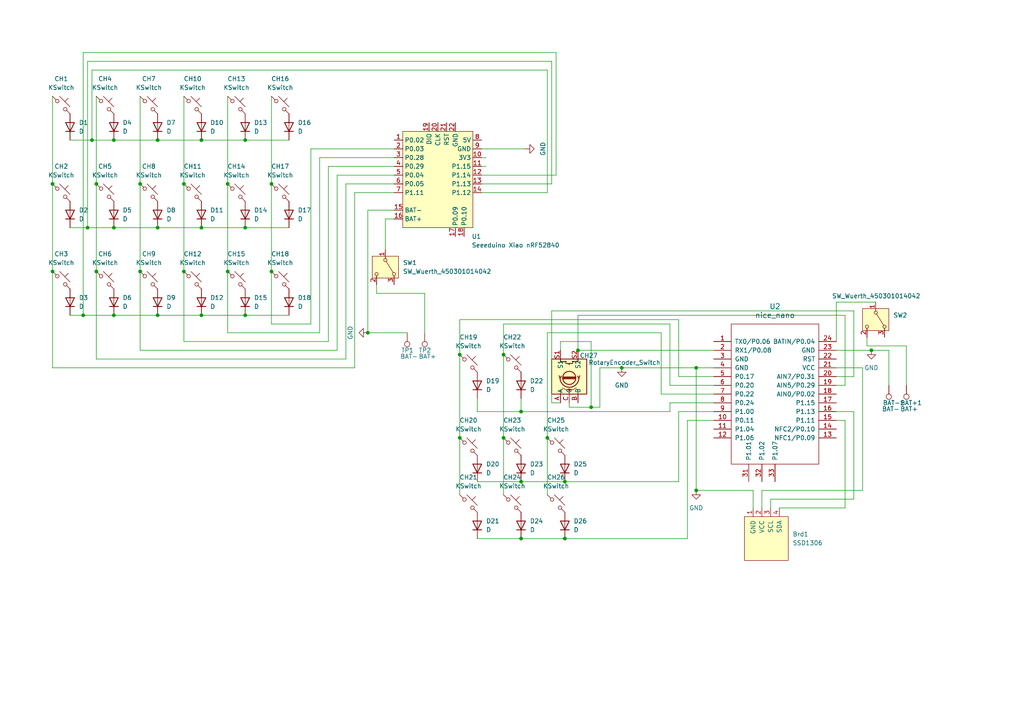
<source format=kicad_sch>
(kicad_sch (version 20231120) (generator "eeschema") (generator_version "8.0")
  (paper "A4")
  (lib_symbols
    (symbol "Connector:TestPoint" (pin_numbers hide) (pin_names (offset 0.762) hide)
      (property "Reference" "TP" (at 0 6.858 0))
      (property "Value" "TestPoint" (at 0 5.08 0))
      (symbol "TestPoint_0_1"
        (circle (center 0 3.302) (radius 0.762))
      )
      (symbol "TestPoint_1_1"
        (pin passive line (at 0 0 90) (length 2.54) (name "1") (number "1"))
      )
    )
    (symbol "Device:D" (pin_numbers hide) (pin_names (offset 1.016) hide)
      (property "Reference" "D" (at 0 2.54 0))
      (property "Value" "D" (at 0 -2.54 0))
      (symbol "D_0_1"
        (polyline (pts (xy -1.27 1.27) (xy -1.27 -1.27)) (stroke (width 0.254)))
        (polyline (pts (xy 1.27 0) (xy -1.27 0)))
        (polyline (pts (xy 1.27 1.27) (xy 1.27 -1.27) (xy -1.27 0) (xy 1.27 1.27)) (stroke (width 0.254)))
      )
      (symbol "D_1_1"
        (pin passive line (at -3.81 0 0) (length 2.54) (name "K") (number "1"))
        (pin passive line (at 3.81 0 180) (length 2.54) (name "A") (number "2"))
      )
    )
    (symbol "Device:RotaryEncoder_Switch" (pin_names (offset 0.254))
      (property "Reference" "SW" (at 0 6.604 0))
      (property "Value" "RotaryEncoder_Switch" (at 0 -6.604 0))
      (symbol "RotaryEncoder_Switch_0_1"
        (rectangle (start -5.08 5.08) (end 5.08 -5.08) (stroke (width 0.254)) (fill (type background)))
        (circle (center -3.81 0) (radius 0.254) (fill (type outline)))
        (circle (center -0.381 0) (radius 1.905) (stroke (width 0.254)))
        (arc (start -0.381 2.667) (mid -3.0988 -0.0635) (end -0.381 -2.794) (stroke (width 0.254)))
        (polyline (pts (xy -0.635 -1.778) (xy -0.635 1.778)) (stroke (width 0.254)))
        (polyline (pts (xy -0.381 -1.778) (xy -0.381 1.778)) (stroke (width 0.254)))
        (polyline (pts (xy -0.127 1.778) (xy -0.127 -1.778)) (stroke (width 0.254)))
        (polyline (pts (xy 3.81 0) (xy 3.429 0)) (stroke (width 0.254)))
        (polyline (pts (xy 3.81 1.016) (xy 3.81 -1.016)) (stroke (width 0.254)))
        (polyline (pts (xy -5.08 -2.54) (xy -3.81 -2.54) (xy -3.81 -2.032)))
        (polyline (pts (xy -5.08 2.54) (xy -3.81 2.54) (xy -3.81 2.032)))
        (polyline (pts (xy 0.254 -3.048) (xy -0.508 -2.794) (xy 0.127 -2.413)) (stroke (width 0.254)))
        (polyline (pts (xy 0.254 2.921) (xy -0.508 2.667) (xy 0.127 2.286)) (stroke (width 0.254)))
        (polyline (pts (xy 5.08 -2.54) (xy 4.318 -2.54) (xy 4.318 -1.016)) (stroke (width 0.254)))
        (polyline (pts (xy 5.08 2.54) (xy 4.318 2.54) (xy 4.318 1.016)) (stroke (width 0.254)))
        (polyline (pts (xy -5.08 0) (xy -3.81 0) (xy -3.81 -1.016) (xy -3.302 -2.032)))
        (polyline (pts (xy -4.318 0) (xy -3.81 0) (xy -3.81 1.016) (xy -3.302 2.032)))
        (circle (center 4.318 -1.016) (radius 0.127) (stroke (width 0.254)))
        (circle (center 4.318 1.016) (radius 0.127) (stroke (width 0.254)))
      )
      (symbol "RotaryEncoder_Switch_1_1"
        (pin passive line (at -7.62 2.54 0) (length 2.54) (name "A") (number "A"))
        (pin passive line (at -7.62 -2.54 0) (length 2.54) (name "B") (number "B"))
        (pin passive line (at -7.62 0 0) (length 2.54) (name "C") (number "C"))
        (pin passive line (at 7.62 2.54 180) (length 2.54) (name "S1") (number "S1"))
        (pin passive line (at 7.62 -2.54 180) (length 2.54) (name "S2") (number "S2"))
      )
    )
    (symbol "SSD1306-128x64_OLED:SSD1306" (pin_names (offset 1.016))
      (property "Reference" "Brd" (at 0 -3.81 0))
      (property "Value" "SSD1306" (at 0 -1.27 0))
      (symbol "SSD1306_0_1"
        (rectangle (start -6.35 6.35) (end 6.35 -6.35) (fill (type background)))
      )
      (symbol "SSD1306_1_1"
        (pin input line (at -3.81 8.89 270) (length 2.54) (name "GND") (number "1"))
        (pin input line (at -1.27 8.89 270) (length 2.54) (name "VCC") (number "2"))
        (pin input line (at 1.27 8.89 270) (length 2.54) (name "SCL") (number "3"))
        (pin input line (at 3.81 8.89 270) (length 2.54) (name "SDA") (number "4"))
      )
    )
    (symbol "Switch:SW_Wuerth_450301014042" (pin_names (offset 1) hide)
      (property "Reference" "SW" (at 0 5.08 0))
      (property "Value" "SW_Wuerth_450301014042" (at 0 -5.08 0))
      (symbol "SW_Wuerth_450301014042_0_1"
        (circle (center -2.032 0) (radius 0.4572))
        (polyline (pts (xy -1.651 0.254) (xy 1.651 2.286)))
        (circle (center 2.032 -2.54) (radius 0.4572))
        (circle (center 2.032 2.54) (radius 0.4572))
      )
      (symbol "SW_Wuerth_450301014042_1_1"
        (rectangle (start -3.175 3.81) (end 3.175 -3.81) (fill (type background)))
        (pin passive line (at -5.08 0 0) (length 2.54) (name "B") (number "1"))
        (pin passive line (at 5.08 -2.54 180) (length 2.54) (name "C") (number "2"))
        (pin passive line (at 5.08 2.54 180) (length 2.54) (name "A") (number "3"))
      )
    )
    (symbol "marbastlib-choc:choc_v1_SW_HS_CPG135001S30" (pin_numbers hide) (pin_names (offset 1.016) hide)
      (property "Reference" "CH" (at 3.048 1.016 0))
      (property "Value" "choc_v1_SW_HS" (at 0 -3.81 0))
      (symbol "choc_v1_SW_HS_CPG135001S30_0_1"
        (circle (center -1.1684 1.1684) (radius 0.508))
        (polyline (pts (xy -0.508 2.54) (xy 2.54 -0.508)))
        (polyline (pts (xy 1.016 1.016) (xy 2.032 2.032)))
        (polyline (pts (xy -2.54 2.54) (xy -1.524 1.524) (xy -1.524 1.524)))
        (polyline (pts (xy 1.524 -1.524) (xy 2.54 -2.54) (xy 2.54 -2.54) (xy 2.54 -2.54)))
        (circle (center 1.143 -1.1938) (radius 0.508))
        (pin passive line (at -2.54 2.54 0) (length 0) (name "1") (number "1"))
        (pin passive line (at 2.54 -2.54 180) (length 0) (name "2") (number "2"))
      )
    )
    (symbol "marbastlib-promicroish:Seeeduino_Xiao_nRF52840" (in_bom no)
      (property "Reference" "U" (at -10.16 -12.7 0))
      (property "Value" "Seeeduino Xiao nRF52840" (at -10.16 -15.24 0))
      (symbol "Seeeduino_Xiao_nRF52840_1_0"
        (pin bidirectional line (at -12.7 13.97 0) (length 2.54) (name "P0.02") (number "1"))
        (pin power_out line (at 12.7 8.89 180) (length 2.54) (name "3V3") (number "10"))
        (pin bidirectional line (at 12.7 6.35 180) (length 2.54) (name "P1.15") (number "11"))
        (pin bidirectional line (at 12.7 3.81 180) (length 2.54) (name "P1.14") (number "12"))
        (pin bidirectional line (at 12.7 1.27 180) (length 2.54) (name "P1.13") (number "13"))
        (pin bidirectional line (at 12.7 -1.27 180) (length 2.54) (name "P1.12") (number "14"))
        (pin power_in line (at -12.7 -6.35 0) (length 2.54) (name "BAT-") (number "15"))
        (pin power_in line (at -12.7 -8.89 0) (length 2.54) (name "BAT+") (number "16"))
        (pin bidirectional line (at 5.08 -13.97 90) (length 2.54) (name "P0.09") (number "17"))
        (pin bidirectional line (at 7.62 -13.97 90) (length 2.54) (name "P0.10") (number "18"))
        (pin bidirectional line (at -2.54 19.05 270) (length 2.54) (name "DIO") (number "19"))
        (pin bidirectional line (at -12.7 11.43 0) (length 2.54) (name "P0.03") (number "2"))
        (pin bidirectional line (at 0 19.05 270) (length 2.54) (name "CLK") (number "20"))
        (pin bidirectional line (at 2.54 19.05 270) (length 2.54) (name "RST") (number "21"))
        (pin power_out line (at 5.08 19.05 270) (length 2.54) (name "GND") (number "22"))
        (pin bidirectional line (at -12.7 8.89 0) (length 2.54) (name "P0.28") (number "3"))
        (pin bidirectional line (at -12.7 6.35 0) (length 2.54) (name "P0.29") (number "4"))
        (pin bidirectional line (at -12.7 3.81 0) (length 2.54) (name "P0.04") (number "5"))
        (pin bidirectional line (at -12.7 1.27 0) (length 2.54) (name "P0.05") (number "6"))
        (pin bidirectional line (at -12.7 -1.27 0) (length 2.54) (name "P1.11") (number "7"))
        (pin power_out line (at 12.7 13.97 180) (length 2.54) (name "5V") (number "8"))
        (pin power_out line (at 12.7 11.43 180) (length 2.54) (name "GND") (number "9"))
      )
      (symbol "Seeeduino_Xiao_nRF52840_1_1"
        (rectangle (start -10.16 16.51) (end 10.16 -11.43) (fill (type background)))
      )
    )
    (symbol "nice_nano:nice_nano" (pin_names (offset 1.016))
      (property "Reference" "U" (at 0 0 0))
      (property "Value" "nice_nano" (at 0 2.54 0))
      (symbol "nice_nano_0_1"
        (rectangle (start -12.7 -21.59) (end 12.7 19.05))
      )
      (symbol "nice_nano_1_1"
        (pin input line (at -17.78 13.97 0) (length 5.08) (name "TX0/P0.06") (number "1"))
        (pin input line (at -17.78 -8.89 0) (length 5.08) (name "P0.11") (number "10"))
        (pin input line (at -17.78 -11.43 0) (length 5.08) (name "P1.04") (number "11"))
        (pin input line (at -17.78 -13.97 0) (length 5.08) (name "P1.06") (number "12"))
        (pin input line (at 17.78 -13.97 180) (length 5.08) (name "NFC1/P0.09") (number "13"))
        (pin input line (at 17.78 -11.43 180) (length 5.08) (name "NFC2/P0.10") (number "14"))
        (pin input line (at 17.78 -8.89 180) (length 5.08) (name "P1.11") (number "15"))
        (pin input line (at 17.78 -6.35 180) (length 5.08) (name "P1.13") (number "16"))
        (pin input line (at 17.78 -3.81 180) (length 5.08) (name "P1.15") (number "17"))
        (pin input line (at 17.78 -1.27 180) (length 5.08) (name "AIN0/P0.02") (number "18"))
        (pin input line (at 17.78 1.27 180) (length 5.08) (name "AIN5/P0.29") (number "19"))
        (pin input line (at -17.78 11.43 0) (length 5.08) (name "RX1/P0.08") (number "2"))
        (pin input line (at 17.78 3.81 180) (length 5.08) (name "AIN7/P0.31") (number "20"))
        (pin input line (at 17.78 6.35 180) (length 5.08) (name "VCC") (number "21"))
        (pin input line (at 17.78 8.89 180) (length 5.08) (name "RST") (number "22"))
        (pin input line (at 17.78 11.43 180) (length 5.08) (name "GND") (number "23"))
        (pin input line (at 17.78 13.97 180) (length 5.08) (name "BATIN/P0.04") (number "24"))
        (pin input line (at -17.78 8.89 0) (length 5.08) (name "GND") (number "3"))
        (pin input line (at -7.62 -26.67 90) (length 5.08) (name "P1.01") (number "31"))
        (pin input line (at -3.81 -26.67 90) (length 5.08) (name "P1.02") (number "32"))
        (pin input line (at 0 -26.67 90) (length 5.08) (name "P1.07") (number "33"))
        (pin input line (at -17.78 6.35 0) (length 5.08) (name "GND") (number "4"))
        (pin input line (at -17.78 3.81 0) (length 5.08) (name "P0.17") (number "5"))
        (pin input line (at -17.78 1.27 0) (length 5.08) (name "P0.20") (number "6"))
        (pin input line (at -17.78 -1.27 0) (length 5.08) (name "P0.22") (number "7"))
        (pin input line (at -17.78 -3.81 0) (length 5.08) (name "P0.24") (number "8"))
        (pin input line (at -17.78 -6.35 0) (length 5.08) (name "P1.00") (number "9"))
      )
    )
    (symbol "power:GND" (power) (pin_numbers hide) (pin_names (offset 0) hide)
      (property "Value" "GND" (at 0 -3.81 0))
      (symbol "GND_0_1"
        (polyline (pts (xy 0 0) (xy 0 -1.27) (xy 1.27 -1.27) (xy 0 -2.54) (xy -1.27 -1.27) (xy 0 -1.27)))
      )
      (symbol "GND_1_1"
        (pin power_in line (at 0 0 270) (length 0) (name "~") (number "1"))
      )
    )
  )
  (junction (at 45.72 40.64))
  (junction (at 53.34 78.74))
  (junction (at 66.04 53.34))
  (junction (at 40.64 53.34))
  (junction (at 163.83 139.7))
  (junction (at 151.13 119.38))
  (junction (at 33.02 40.64))
  (junction (at 180.34 106.68))
  (junction (at 106.68 96.52))
  (junction (at 27.94 78.74))
  (junction (at 58.42 91.44))
  (junction (at 40.64 78.74))
  (junction (at 201.93 106.68))
  (junction (at 133.35 102.87))
  (junction (at 15.24 78.74))
  (junction (at 26.67 40.64))
  (junction (at 171.45 118.11))
  (junction (at 71.12 91.44))
  (junction (at 33.02 91.44))
  (junction (at 53.34 53.34))
  (junction (at 78.74 78.74))
  (junction (at 33.02 66.04))
  (junction (at 167.64 101.6))
  (junction (at 45.72 66.04))
  (junction (at 58.42 66.04))
  (junction (at 163.83 156.21))
  (junction (at 24.13 91.44))
  (junction (at 151.13 139.7))
  (junction (at 58.42 40.64))
  (junction (at 146.05 127))
  (junction (at 78.74 53.34))
  (junction (at 27.94 53.34))
  (junction (at 133.35 127))
  (junction (at 45.72 91.44))
  (junction (at 201.93 142.24))
  (junction (at 25.4 66.04))
  (junction (at 151.13 156.21))
  (junction (at 71.12 40.64))
  (junction (at 66.04 78.74))
  (junction (at 15.24 53.34))
  (junction (at 146.05 102.87))
  (junction (at 71.12 66.04))
  (junction (at 252.73 101.6))
  (junction (at 158.75 127))
  (wire (pts (xy 140.97 45.72) (xy 139.7 45.72)))
  (wire (pts (xy 163.83 139.7) (xy 196.85 139.7)))
  (wire (pts (xy 138.43 119.38) (xy 151.13 119.38)))
  (wire (pts (xy 78.74 78.74) (xy 78.74 93.98)))
  (wire (pts (xy 100.33 53.34) (xy 114.3 53.34)))
  (wire (pts (xy 111.76 63.5) (xy 114.3 63.5)))
  (wire (pts (xy 165.1 118.11) (xy 171.45 118.11)))
  (wire (pts (xy 194.31 93.98) (xy 194.31 111.76)))
  (wire (pts (xy 27.94 27.94) (xy 27.94 53.34)))
  (wire (pts (xy 191.77 114.3) (xy 207.01 114.3)))
  (wire (pts (xy 252.73 101.6) (xy 257.81 101.6)))
  (wire (pts (xy 163.83 156.21) (xy 199.39 156.21)))
  (wire (pts (xy 15.24 78.74) (xy 15.24 53.34)))
  (wire (pts (xy 24.13 91.44) (xy 24.13 15.24)))
  (wire (pts (xy 250.19 106.68) (xy 242.57 106.68)))
  (wire (pts (xy 167.64 101.6) (xy 207.01 101.6)))
  (wire (pts (xy 218.44 142.24) (xy 201.93 142.24)))
  (wire (pts (xy 92.71 45.72) (xy 114.3 45.72)))
  (wire (pts (xy 196.85 119.38) (xy 196.85 139.7)))
  (wire (pts (xy 199.39 121.92) (xy 199.39 156.21)))
  (wire (pts (xy 27.94 104.14) (xy 100.33 104.14)))
  (wire (pts (xy 33.02 40.64) (xy 45.72 40.64)))
  (wire (pts (xy 251.46 100.33) (xy 251.46 97.79)))
  (wire (pts (xy 151.13 119.38) (xy 194.31 119.38)))
  (wire (pts (xy 146.05 93.98) (xy 146.05 102.87)))
  (wire (pts (xy 20.32 91.44) (xy 24.13 91.44)))
  (wire (pts (xy 151.13 156.21) (xy 163.83 156.21)))
  (wire (pts (xy 245.11 121.92) (xy 242.57 121.92)))
  (wire (pts (xy 33.02 66.04) (xy 45.72 66.04)))
  (wire (pts (xy 133.35 92.71) (xy 133.35 102.87)))
  (wire (pts (xy 24.13 91.44) (xy 33.02 91.44)))
  (wire (pts (xy 27.94 78.74) (xy 27.94 104.14)))
  (wire (pts (xy 66.04 96.52) (xy 92.71 96.52)))
  (wire (pts (xy 194.31 111.76) (xy 207.01 111.76)))
  (wire (pts (xy 160.02 90.17) (xy 247.65 90.17)))
  (wire (pts (xy 53.34 78.74) (xy 53.34 99.06)))
  (wire (pts (xy 95.25 48.26) (xy 95.25 99.06)))
  (wire (pts (xy 218.44 147.32) (xy 218.44 142.24)))
  (wire (pts (xy 66.04 53.34) (xy 66.04 78.74)))
  (wire (pts (xy 254 87.63) (xy 242.57 87.63)))
  (wire (pts (xy 194.31 116.84) (xy 207.01 116.84)))
  (wire (pts (xy 245.11 147.32) (xy 245.11 121.92)))
  (wire (pts (xy 71.12 40.64) (xy 83.82 40.64)))
  (wire (pts (xy 247.65 144.78) (xy 247.65 119.38)))
  (wire (pts (xy 160.02 116.84) (xy 160.02 90.17)))
  (wire (pts (xy 173.99 106.68) (xy 173.99 118.11)))
  (wire (pts (xy 191.77 96.52) (xy 191.77 114.3)))
  (wire (pts (xy 242.57 101.6) (xy 252.73 101.6)))
  (wire (pts (xy 165.1 116.84) (xy 165.1 118.11)))
  (wire (pts (xy 138.43 139.7) (xy 151.13 139.7)))
  (wire (pts (xy 78.74 93.98) (xy 90.17 93.98)))
  (wire (pts (xy 173.99 106.68) (xy 180.34 106.68)))
  (wire (pts (xy 26.67 20.32) (xy 158.75 20.32)))
  (wire (pts (xy 245.11 111.76) (xy 242.57 111.76)))
  (wire (pts (xy 106.68 60.96) (xy 106.68 96.52)))
  (wire (pts (xy 66.04 27.94) (xy 66.04 53.34)))
  (wire (pts (xy 71.12 91.44) (xy 83.82 91.44)))
  (wire (pts (xy 242.57 109.22) (xy 247.65 109.22)))
  (wire (pts (xy 133.35 102.87) (xy 133.35 127)))
  (wire (pts (xy 257.81 101.6) (xy 257.81 111.76)))
  (wire (pts (xy 111.76 63.5) (xy 111.76 72.39)))
  (wire (pts (xy 162.56 99.06) (xy 171.45 99.06)))
  (wire (pts (xy 151.13 119.38) (xy 151.13 115.57)))
  (wire (pts (xy 53.34 27.94) (xy 53.34 53.34)))
  (wire (pts (xy 196.85 92.71) (xy 196.85 109.22)))
  (wire (pts (xy 97.79 50.8) (xy 97.79 101.6)))
  (wire (pts (xy 133.35 127) (xy 133.35 143.51)))
  (wire (pts (xy 97.79 50.8) (xy 114.3 50.8)))
  (wire (pts (xy 15.24 78.74) (xy 15.24 106.68)))
  (wire (pts (xy 58.42 66.04) (xy 71.12 66.04)))
  (wire (pts (xy 220.98 147.32) (xy 220.98 142.24)))
  (wire (pts (xy 40.64 53.34) (xy 40.64 78.74)))
  (wire (pts (xy 15.24 106.68) (xy 102.87 106.68)))
  (wire (pts (xy 196.85 119.38) (xy 207.01 119.38)))
  (wire (pts (xy 220.98 142.24) (xy 250.19 142.24)))
  (wire (pts (xy 114.3 60.96) (xy 106.68 60.96)))
  (wire (pts (xy 167.64 101.6) (xy 167.64 91.44)))
  (wire (pts (xy 106.68 96.52) (xy 118.11 96.52)))
  (wire (pts (xy 90.17 43.18) (xy 114.3 43.18)))
  (wire (pts (xy 133.35 92.71) (xy 196.85 92.71)))
  (wire (pts (xy 199.39 121.92) (xy 207.01 121.92)))
  (wire (pts (xy 201.93 142.24) (xy 201.93 106.68)))
  (wire (pts (xy 45.72 40.64) (xy 58.42 40.64)))
  (wire (pts (xy 138.43 156.21) (xy 151.13 156.21)))
  (wire (pts (xy 26.67 40.64) (xy 33.02 40.64)))
  (wire (pts (xy 66.04 78.74) (xy 66.04 96.52)))
  (wire (pts (xy 25.4 66.04) (xy 25.4 17.78)))
  (wire (pts (xy 162.56 116.84) (xy 160.02 116.84)))
  (wire (pts (xy 247.65 119.38) (xy 242.57 119.38)))
  (wire (pts (xy 100.33 53.34) (xy 100.33 104.14)))
  (wire (pts (xy 160.02 53.34) (xy 139.7 53.34)))
  (wire (pts (xy 161.29 50.8) (xy 139.7 50.8)))
  (wire (pts (xy 247.65 90.17) (xy 247.65 109.22)))
  (wire (pts (xy 180.34 106.68) (xy 201.93 106.68)))
  (wire (pts (xy 226.06 147.32) (xy 245.11 147.32)))
  (wire (pts (xy 25.4 66.04) (xy 33.02 66.04)))
  (wire (pts (xy 40.64 27.94) (xy 40.64 53.34)))
  (wire (pts (xy 245.11 91.44) (xy 245.11 111.76)))
  (wire (pts (xy 161.29 15.24) (xy 161.29 50.8)))
  (wire (pts (xy 138.43 119.38) (xy 138.43 115.57)))
  (wire (pts (xy 201.93 106.68) (xy 207.01 106.68)))
  (wire (pts (xy 92.71 45.72) (xy 92.71 96.52)))
  (wire (pts (xy 33.02 91.44) (xy 45.72 91.44)))
  (wire (pts (xy 152.4 43.18) (xy 139.7 43.18)))
  (wire (pts (xy 171.45 118.11) (xy 173.99 118.11)))
  (wire (pts (xy 196.85 109.22) (xy 207.01 109.22)))
  (wire (pts (xy 40.64 101.6) (xy 97.79 101.6)))
  (wire (pts (xy 158.75 20.32) (xy 158.75 55.88)))
  (wire (pts (xy 53.34 99.06) (xy 95.25 99.06)))
  (wire (pts (xy 262.89 100.33) (xy 251.46 100.33)))
  (wire (pts (xy 95.25 48.26) (xy 114.3 48.26)))
  (wire (pts (xy 24.13 15.24) (xy 161.29 15.24)))
  (wire (pts (xy 167.64 91.44) (xy 245.11 91.44)))
  (wire (pts (xy 40.64 78.74) (xy 40.64 101.6)))
  (wire (pts (xy 53.34 53.34) (xy 53.34 78.74)))
  (wire (pts (xy 262.89 111.76) (xy 262.89 100.33)))
  (wire (pts (xy 242.57 87.63) (xy 242.57 99.06)))
  (wire (pts (xy 45.72 91.44) (xy 58.42 91.44)))
  (wire (pts (xy 191.77 96.52) (xy 158.75 96.52)))
  (wire (pts (xy 58.42 91.44) (xy 71.12 91.44)))
  (wire (pts (xy 71.12 66.04) (xy 83.82 66.04)))
  (wire (pts (xy 140.97 48.26) (xy 139.7 48.26)))
  (wire (pts (xy 15.24 53.34) (xy 15.24 27.94)))
  (wire (pts (xy 171.45 99.06) (xy 171.45 118.11)))
  (wire (pts (xy 158.75 127) (xy 158.75 143.51)))
  (wire (pts (xy 25.4 17.78) (xy 160.02 17.78)))
  (wire (pts (xy 102.87 55.88) (xy 102.87 106.68)))
  (wire (pts (xy 20.32 40.64) (xy 26.67 40.64)))
  (wire (pts (xy 162.56 101.6) (xy 162.56 99.06)))
  (wire (pts (xy 160.02 17.78) (xy 160.02 53.34)))
  (wire (pts (xy 109.22 85.09) (xy 109.22 82.55)))
  (wire (pts (xy 250.19 142.24) (xy 250.19 106.68)))
  (wire (pts (xy 146.05 127) (xy 146.05 143.51)))
  (wire (pts (xy 223.52 147.32) (xy 223.52 144.78)))
  (wire (pts (xy 78.74 27.94) (xy 78.74 53.34)))
  (wire (pts (xy 146.05 93.98) (xy 194.31 93.98)))
  (wire (pts (xy 194.31 119.38) (xy 194.31 116.84)))
  (wire (pts (xy 146.05 102.87) (xy 146.05 127)))
  (wire (pts (xy 26.67 40.64) (xy 26.67 20.32)))
  (wire (pts (xy 102.87 55.88) (xy 114.3 55.88)))
  (wire (pts (xy 151.13 139.7) (xy 163.83 139.7)))
  (wire (pts (xy 78.74 53.34) (xy 78.74 78.74)))
  (wire (pts (xy 27.94 53.34) (xy 27.94 78.74)))
  (wire (pts (xy 158.75 96.52) (xy 158.75 127)))
  (wire (pts (xy 223.52 144.78) (xy 247.65 144.78)))
  (wire (pts (xy 58.42 40.64) (xy 71.12 40.64)))
  (wire (pts (xy 123.19 85.09) (xy 109.22 85.09)))
  (wire (pts (xy 45.72 66.04) (xy 58.42 66.04)))
  (wire (pts (xy 90.17 93.98) (xy 90.17 43.18)))
  (wire (pts (xy 158.75 55.88) (xy 139.7 55.88)))
  (wire (pts (xy 123.19 96.52) (xy 123.19 85.09)))
  (wire (pts (xy 20.32 66.04) (xy 25.4 66.04)))
  (symbol (lib_id "marbastlib-choc:choc_v1_SW_HS_CPG135001S30") (at 148.59 105.41 0) (unit 1)
    (property "Reference" "CH22" (at 148.59 97.79 0))
    (property "Value" "KSwitch" (at 148.59 100.33 0))
    (property "Footprint" "keyswitches:Kailh_socket_PG1350_reversible" (effects (hide yes)))
    (property "Description" "Push button switch, normally open, two pins, 45° tilted" (effects (hide yes)))
  )
  (symbol (lib_id "Connector:TestPoint") (at 262.89 111.76 180) (unit 1)
    (property "Reference" "BAT+1" (at 261.112 116.84 0) (effects (justify right)))
    (property "Value" "BAT+" (at 261.112 118.618 0) (effects (justify right)))
    (property "Footprint" "TestPoint:TestPoint_THTPad_D2.0mm_Drill1.0mm" (effects (hide yes)))
    (property "Description" "test point" (effects (hide yes)))
  )
  (symbol (lib_id "marbastlib-choc:choc_v1_SW_HS_CPG135001S30") (at 68.58 55.88 0) (unit 1)
    (property "Reference" "CH14" (at 68.58 48.26 0))
    (property "Value" "KSwitch" (at 68.58 50.8 0))
    (property "Footprint" "keyswitches:Kailh_socket_PG1350_reversible" (effects (hide yes)))
    (property "Description" "Push button switch, normally open, two pins, 45° tilted" (effects (hide yes)))
  )
  (symbol (lib_id "marbastlib-choc:choc_v1_SW_HS_CPG135001S30") (at 43.18 30.48 0) (unit 1)
    (property "Reference" "CH7" (at 43.18 22.86 0))
    (property "Value" "KSwitch" (at 43.18 25.4 0))
    (property "Footprint" "keyswitches:Kailh_socket_PG1350_reversible" (effects (hide yes)))
    (property "Description" "Push button switch, normally open, two pins, 45° tilted" (effects (hide yes)))
  )
  (symbol (lib_id "SSD1306-128x64_OLED:SSD1306") (at 222.25 156.21 0) (unit 1)
    (property "Reference" "Brd1" (at 229.87 154.9399 0) (effects (justify left)))
    (property "Value" "SSD1306" (at 229.87 157.4799 0) (effects (justify left)))
    (property "Footprint" "SSD1306:128x64OLED_0.91" (effects (hide yes)))
    (property "Description" "SSD1306 OLED" (effects (hide yes)))
  )
  (symbol (lib_id "marbastlib-choc:choc_v1_SW_HS_CPG135001S30") (at 81.28 55.88 0) (unit 1)
    (property "Reference" "CH17" (at 81.28 48.26 0))
    (property "Value" "KSwitch" (at 81.28 50.8 0))
    (property "Footprint" "keyswitches:Kailh_socket_PG1350_reversible" (effects (hide yes)))
    (property "Description" "Push button switch, normally open, two pins, 45° tilted" (effects (hide yes)))
  )
  (symbol (lib_id "marbastlib-choc:choc_v1_SW_HS_CPG135001S30") (at 81.28 30.48 0) (unit 1)
    (property "Reference" "CH16" (at 81.28 22.86 0))
    (property "Value" "KSwitch" (at 81.28 25.4 0))
    (property "Footprint" "keyswitches:Kailh_socket_PG1350_reversible" (effects (hide yes)))
    (property "Description" "Push button switch, normally open, two pins, 45° tilted" (effects (hide yes)))
  )
  (symbol (lib_id "Device:D") (at 151.13 111.76 90) (unit 1)
    (property "Reference" "D22" (at 153.67 110.4899 90) (effects (justify right)))
    (property "Value" "D" (at 153.67 113.0299 90) (effects (justify right)))
    (property "Footprint" "Diode_SMD:Nexperia_CFP3_SOD-123W" (effects (hide yes)))
    (property "Description" "Diode" (effects (hide yes)))
    (property "Sim.Device" "D" (effects (hide yes)))
    (property "Sim.Pins" "1=K 2=A" (effects (hide yes)))
  )
  (symbol (lib_id "marbastlib-choc:choc_v1_SW_HS_CPG135001S30") (at 148.59 146.05 0) (unit 1)
    (property "Reference" "CH24" (at 148.59 138.43 0))
    (property "Value" "KSwitch" (at 148.59 140.97 0))
    (property "Footprint" "keyswitches:Kailh_socket_PG1350_reversible" (effects (hide yes)))
    (property "Description" "Push button switch, normally open, two pins, 45° tilted" (effects (hide yes)))
  )
  (symbol (lib_id "Device:D") (at 163.83 152.4 90) (unit 1)
    (property "Reference" "D26" (at 166.37 151.1299 90) (effects (justify right)))
    (property "Value" "D" (at 166.37 153.6699 90) (effects (justify right)))
    (property "Footprint" "Diode_SMD:Nexperia_CFP3_SOD-123W" (effects (hide yes)))
    (property "Description" "Diode" (effects (hide yes)))
    (property "Sim.Device" "D" (effects (hide yes)))
    (property "Sim.Pins" "1=K 2=A" (effects (hide yes)))
  )
  (symbol (lib_id "marbastlib-choc:choc_v1_SW_HS_CPG135001S30") (at 68.58 81.28 0) (unit 1)
    (property "Reference" "CH15" (at 68.58 73.66 0))
    (property "Value" "KSwitch" (at 68.58 76.2 0))
    (property "Footprint" "keyswitches:Kailh_socket_PG1350_reversible" (effects (hide yes)))
    (property "Description" "Push button switch, normally open, two pins, 45° tilted" (effects (hide yes)))
  )
  (symbol (lib_id "Device:D") (at 58.42 62.23 90) (unit 1)
    (property "Reference" "D11" (at 60.96 60.9599 90) (effects (justify right)))
    (property "Value" "D" (at 60.96 63.4999 90) (effects (justify right)))
    (property "Footprint" "Diode_SMD:Nexperia_CFP3_SOD-123W" (effects (hide yes)))
    (property "Description" "Diode" (effects (hide yes)))
    (property "Sim.Device" "D" (effects (hide yes)))
    (property "Sim.Pins" "1=K 2=A" (effects (hide yes)))
  )
  (symbol (lib_id "marbastlib-choc:choc_v1_SW_HS_CPG135001S30") (at 68.58 30.48 0) (unit 1)
    (property "Reference" "CH13" (at 68.58 22.86 0))
    (property "Value" "KSwitch" (at 68.58 25.4 0))
    (property "Footprint" "keyswitches:Kailh_socket_PG1350_reversible" (effects (hide yes)))
    (property "Description" "Push button switch, normally open, two pins, 45° tilted" (effects (hide yes)))
  )
  (symbol (lib_id "marbastlib-choc:choc_v1_SW_HS_CPG135001S30") (at 81.28 81.28 0) (unit 1)
    (property "Reference" "CH18" (at 81.28 73.66 0))
    (property "Value" "KSwitch" (at 81.28 76.2 0))
    (property "Footprint" "keyswitches:Kailh_socket_PG1350_reversible" (effects (hide yes)))
    (property "Description" "Push button switch, normally open, two pins, 45° tilted" (effects (hide yes)))
  )
  (symbol (lib_id "marbastlib-choc:choc_v1_SW_HS_CPG135001S30") (at 17.78 55.88 0) (unit 1)
    (property "Reference" "CH2" (at 17.78 48.26 0))
    (property "Value" "KSwitch" (at 17.78 50.8 0))
    (property "Footprint" "keyswitches:Kailh_socket_PG1350_reversible" (effects (hide yes)))
    (property "Description" "Push button switch, normally open, two pins, 45° tilted" (effects (hide yes)))
  )
  (symbol (lib_id "marbastlib-choc:choc_v1_SW_HS_CPG135001S30") (at 30.48 30.48 0) (unit 1)
    (property "Reference" "CH4" (at 30.48 22.86 0))
    (property "Value" "KSwitch" (at 30.48 25.4 0))
    (property "Footprint" "keyswitches:Kailh_socket_PG1350_reversible" (effects (hide yes)))
    (property "Description" "Push button switch, normally open, two pins, 45° tilted" (effects (hide yes)))
  )
  (symbol (lib_id "Device:D") (at 33.02 62.23 90) (unit 1)
    (property "Reference" "D5" (at 35.56 60.9599 90) (effects (justify right)))
    (property "Value" "D" (at 35.56 63.4999 90) (effects (justify right)))
    (property "Footprint" "Diode_SMD:Nexperia_CFP3_SOD-123W" (effects (hide yes)))
    (property "Description" "Diode" (effects (hide yes)))
    (property "Sim.Device" "D" (effects (hide yes)))
    (property "Sim.Pins" "1=K 2=A" (effects (hide yes)))
  )
  (symbol (lib_id "marbastlib-choc:choc_v1_SW_HS_CPG135001S30") (at 55.88 55.88 0) (unit 1)
    (property "Reference" "CH11" (at 55.88 48.26 0))
    (property "Value" "KSwitch" (at 55.88 50.8 0))
    (property "Footprint" "keyswitches:Kailh_socket_PG1350_reversible" (effects (hide yes)))
    (property "Description" "Push button switch, normally open, two pins, 45° tilted" (effects (hide yes)))
  )
  (symbol (lib_id "nice_nano:nice_nano") (at 224.79 113.03 0) (unit 1)
    (property "Reference" "U2" (at 224.79 88.9 0) (effects (font (size 1.524 1.524))))
    (property "Value" "nice_nano" (at 224.79 91.44 0) (effects (font (size 1.524 1.524))))
    (property "Footprint" "nice-nano-kicad:nice_nano" (effects (hide yes)))
  )
  (symbol (lib_id "Device:D") (at 20.32 87.63 90) (unit 1)
    (property "Reference" "D3" (at 22.86 86.3599 90) (effects (justify right)))
    (property "Value" "D" (at 22.86 88.8999 90) (effects (justify right)))
    (property "Footprint" "Diode_SMD:Nexperia_CFP3_SOD-123W" (effects (hide yes)))
    (property "Description" "Diode" (effects (hide yes)))
    (property "Sim.Device" "D" (effects (hide yes)))
    (property "Sim.Pins" "1=K 2=A" (effects (hide yes)))
  )
  (symbol (lib_id "Device:D") (at 138.43 111.76 90) (unit 1)
    (property "Reference" "D19" (at 140.97 110.4899 90) (effects (justify right)))
    (property "Value" "D" (at 140.97 113.0299 90) (effects (justify right)))
    (property "Footprint" "Diode_SMD:Nexperia_CFP3_SOD-123W" (effects (hide yes)))
    (property "Description" "Diode" (effects (hide yes)))
    (property "Sim.Device" "D" (effects (hide yes)))
    (property "Sim.Pins" "1=K 2=A" (effects (hide yes)))
  )
  (symbol (lib_id "Device:D") (at 33.02 87.63 90) (unit 1)
    (property "Reference" "D6" (at 35.56 86.3599 90) (effects (justify right)))
    (property "Value" "D" (at 35.56 88.8999 90) (effects (justify right)))
    (property "Footprint" "Diode_SMD:Nexperia_CFP3_SOD-123W" (effects (hide yes)))
    (property "Description" "Diode" (effects (hide yes)))
    (property "Sim.Device" "D" (effects (hide yes)))
    (property "Sim.Pins" "1=K 2=A" (effects (hide yes)))
  )
  (symbol (lib_id "marbastlib-choc:choc_v1_SW_HS_CPG135001S30") (at 161.29 146.05 0) (unit 1)
    (property "Reference" "CH26" (at 161.29 138.43 0))
    (property "Value" "KSwitch" (at 161.29 140.97 0))
    (property "Footprint" "keyswitches:Kailh_socket_PG1350_reversible" (effects (hide yes)))
    (property "Description" "Push button switch, normally open, two pins, 45° tilted" (effects (hide yes)))
  )
  (symbol (lib_id "marbastlib-choc:choc_v1_SW_HS_CPG135001S30") (at 135.89 105.41 0) (unit 1)
    (property "Reference" "CH19" (at 135.89 97.79 0))
    (property "Value" "KSwitch" (at 135.89 100.33 0))
    (property "Footprint" "keyswitches:Kailh_socket_PG1350_reversible" (effects (hide yes)))
    (property "Description" "Push button switch, normally open, two pins, 45° tilted" (effects (hide yes)))
  )
  (symbol (lib_id "Device:D") (at 138.43 135.89 90) (unit 1)
    (property "Reference" "D20" (at 140.97 134.6199 90) (effects (justify right)))
    (property "Value" "D" (at 140.97 137.1599 90) (effects (justify right)))
    (property "Footprint" "Diode_SMD:Nexperia_CFP3_SOD-123W" (effects (hide yes)))
    (property "Description" "Diode" (effects (hide yes)))
    (property "Sim.Device" "D" (effects (hide yes)))
    (property "Sim.Pins" "1=K 2=A" (effects (hide yes)))
  )
  (symbol (lib_id "power:GND") (at 152.4 43.18 90) (unit 1)
    (property "Reference" "#PWR02" (effects (hide yes)))
    (property "Value" "GND" (at 157.48 43.18 0))
    (property "Description" "Power symbol creates a global label with name \"GND\" , ground" (effects (hide yes)))
  )
  (symbol (lib_id "Device:D") (at 83.82 87.63 90) (unit 1)
    (property "Reference" "D18" (at 86.36 86.3599 90) (effects (justify right)))
    (property "Value" "D" (at 86.36 88.8999 90) (effects (justify right)))
    (property "Footprint" "Diode_SMD:Nexperia_CFP3_SOD-123W" (effects (hide yes)))
    (property "Description" "Diode" (effects (hide yes)))
    (property "Sim.Device" "D" (effects (hide yes)))
    (property "Sim.Pins" "1=K 2=A" (effects (hide yes)))
  )
  (symbol (lib_id "power:GND") (at 106.68 96.52 270) (unit 1)
    (property "Reference" "#PWR01" (effects (hide yes)))
    (property "Value" "GND" (at 101.6 96.52 0))
    (property "Description" "Power symbol creates a global label with name \"GND\" , ground" (effects (hide yes)))
  )
  (symbol (lib_id "Device:D") (at 71.12 87.63 90) (unit 1)
    (property "Reference" "D15" (at 73.66 86.3599 90) (effects (justify right)))
    (property "Value" "D" (at 73.66 88.8999 90) (effects (justify right)))
    (property "Footprint" "Diode_SMD:Nexperia_CFP3_SOD-123W" (effects (hide yes)))
    (property "Description" "Diode" (effects (hide yes)))
    (property "Sim.Device" "D" (effects (hide yes)))
    (property "Sim.Pins" "1=K 2=A" (effects (hide yes)))
  )
  (symbol (lib_id "power:GND") (at 201.93 142.24 0) (unit 1)
    (property "Reference" "#PWR04" (effects (hide yes)))
    (property "Value" "GND" (at 201.93 147.32 0))
    (property "Description" "Power symbol creates a global label with name \"GND\" , ground" (effects (hide yes)))
  )
  (symbol (lib_id "Device:D") (at 71.12 62.23 90) (unit 1)
    (property "Reference" "D14" (at 73.66 60.9599 90) (effects (justify right)))
    (property "Value" "D" (at 73.66 63.4999 90) (effects (justify right)))
    (property "Footprint" "Diode_SMD:Nexperia_CFP3_SOD-123W" (effects (hide yes)))
    (property "Description" "Diode" (effects (hide yes)))
    (property "Sim.Device" "D" (effects (hide yes)))
    (property "Sim.Pins" "1=K 2=A" (effects (hide yes)))
  )
  (symbol (lib_id "Device:D") (at 45.72 87.63 90) (unit 1)
    (property "Reference" "D9" (at 48.26 86.3599 90) (effects (justify right)))
    (property "Value" "D" (at 48.26 88.8999 90) (effects (justify right)))
    (property "Footprint" "Diode_SMD:Nexperia_CFP3_SOD-123W" (effects (hide yes)))
    (property "Description" "Diode" (effects (hide yes)))
    (property "Sim.Device" "D" (effects (hide yes)))
    (property "Sim.Pins" "1=K 2=A" (effects (hide yes)))
  )
  (symbol (lib_id "Connector:TestPoint") (at 123.19 96.52 180) (unit 1)
    (property "Reference" "TP2" (at 121.412 101.6 0) (effects (justify right)))
    (property "Value" "BAT+" (at 121.412 103.378 0) (effects (justify right)))
    (property "Footprint" "TestPoint:TestPoint_THTPad_D2.0mm_Drill1.0mm" (effects (hide yes)))
    (property "Description" "test point" (effects (hide yes)))
  )
  (symbol (lib_id "Device:D") (at 163.83 135.89 90) (unit 1)
    (property "Reference" "D25" (at 166.37 134.6199 90) (effects (justify right)))
    (property "Value" "D" (at 166.37 137.1599 90) (effects (justify right)))
    (property "Footprint" "Diode_SMD:Nexperia_CFP3_SOD-123W" (effects (hide yes)))
    (property "Description" "Diode" (effects (hide yes)))
    (property "Sim.Device" "D" (effects (hide yes)))
    (property "Sim.Pins" "1=K 2=A" (effects (hide yes)))
  )
  (symbol (lib_id "marbastlib-choc:choc_v1_SW_HS_CPG135001S30") (at 17.78 30.48 0) (unit 1)
    (property "Reference" "CH1" (at 17.78 22.86 0))
    (property "Value" "KSwitch" (at 17.78 25.4 0))
    (property "Footprint" "keyswitches:Kailh_socket_PG1350_reversible" (effects (hide yes)))
    (property "Description" "Push button switch, normally open, two pins, 45° tilted" (effects (hide yes)))
  )
  (symbol (lib_id "Device:D") (at 151.13 152.4 90) (unit 1)
    (property "Reference" "D24" (at 153.67 151.1299 90) (effects (justify right)))
    (property "Value" "D" (at 153.67 153.6699 90) (effects (justify right)))
    (property "Footprint" "Diode_SMD:Nexperia_CFP3_SOD-123W" (effects (hide yes)))
    (property "Description" "Diode" (effects (hide yes)))
    (property "Sim.Device" "D" (effects (hide yes)))
    (property "Sim.Pins" "1=K 2=A" (effects (hide yes)))
  )
  (symbol (lib_id "marbastlib-promicroish:Seeeduino_Xiao_nRF52840") (at 127 54.61 0) (unit 1) (in_bom no)
    (property "Reference" "U1" (at 136.8141 68.58 0) (effects (justify left)))
    (property "Value" "Seeeduino Xiao nRF52840" (at 136.8141 71.12 0) (effects (justify left)))
    (property "Footprint" "Seeed Studio XIAO Series Library:XIAO-nRF52840-Sense-14P-2.54-21X17.8MM" (effects (hide yes)))
    (property "Description" "Symbol for a Seeeduino Xiao nRF52840" (effects (hide yes)))
  )
  (symbol (lib_id "marbastlib-choc:choc_v1_SW_HS_CPG135001S30") (at 55.88 81.28 0) (unit 1)
    (property "Reference" "CH12" (at 55.88 73.66 0))
    (property "Value" "KSwitch" (at 55.88 76.2 0))
    (property "Footprint" "keyswitches:Kailh_socket_PG1350_reversible" (effects (hide yes)))
    (property "Description" "Push button switch, normally open, two pins, 45° tilted" (effects (hide yes)))
  )
  (symbol (lib_id "marbastlib-choc:choc_v1_SW_HS_CPG135001S30") (at 43.18 81.28 0) (unit 1)
    (property "Reference" "CH9" (at 43.18 73.66 0))
    (property "Value" "KSwitch" (at 43.18 76.2 0))
    (property "Footprint" "keyswitches:Kailh_socket_PG1350_reversible" (effects (hide yes)))
    (property "Description" "Push button switch, normally open, two pins, 45° tilted" (effects (hide yes)))
  )
  (symbol (lib_id "marbastlib-choc:choc_v1_SW_HS_CPG135001S30") (at 148.59 129.54 0) (unit 1)
    (property "Reference" "CH23" (at 148.59 121.92 0))
    (property "Value" "KSwitch" (at 148.59 124.46 0))
    (property "Footprint" "keyswitches:Kailh_socket_PG1350_reversible" (effects (hide yes)))
    (property "Description" "Push button switch, normally open, two pins, 45° tilted" (effects (hide yes)))
  )
  (symbol (lib_id "Device:D") (at 45.72 36.83 90) (unit 1)
    (property "Reference" "D7" (at 48.26 35.5599 90) (effects (justify right)))
    (property "Value" "D" (at 48.26 38.0999 90) (effects (justify right)))
    (property "Footprint" "Diode_SMD:Nexperia_CFP3_SOD-123W" (effects (hide yes)))
    (property "Description" "Diode" (effects (hide yes)))
    (property "Sim.Device" "D" (effects (hide yes)))
    (property "Sim.Pins" "1=K 2=A" (effects (hide yes)))
  )
  (symbol (lib_id "Switch:SW_Wuerth_450301014042") (at 111.76 77.47 270) (unit 1)
    (property "Reference" "SW1" (at 116.84 76.1999 90) (effects (justify left)))
    (property "Value" "SW_Wuerth_450301014042" (at 116.84 78.7399 90) (effects (justify left)))
    (property "Footprint" "Button_Switch_SMD:SW_SPDT_PCM12" (effects (hide yes)))
    (property "Datasheet" "https://www.we-online.com/components/products/datasheet/450301014042.pdf" (effects (hide yes)))
    (property "Description" "Switch slide, single pole double throw" (effects (hide yes)))
  )
  (symbol (lib_id "Device:D") (at 20.32 62.23 90) (unit 1)
    (property "Reference" "D2" (at 22.86 60.9599 90) (effects (justify right)))
    (property "Value" "D" (at 22.86 63.4999 90) (effects (justify right)))
    (property "Footprint" "Diode_SMD:Nexperia_CFP3_SOD-123W" (effects (hide yes)))
    (property "Description" "Diode" (effects (hide yes)))
    (property "Sim.Device" "D" (effects (hide yes)))
    (property "Sim.Pins" "1=K 2=A" (effects (hide yes)))
  )
  (symbol (lib_id "Connector:TestPoint") (at 257.81 111.76 180) (unit 1)
    (property "Reference" "BAT-1" (at 256.032 116.84 0) (effects (justify right)))
    (property "Value" "BAT-" (at 255.778 118.618 0) (effects (justify right)))
    (property "Footprint" "TestPoint:TestPoint_THTPad_2.0x2.0mm_Drill1.0mm" (effects (hide yes)))
    (property "Description" "test point" (effects (hide yes)))
  )
  (symbol (lib_id "Device:D") (at 45.72 62.23 90) (unit 1)
    (property "Reference" "D8" (at 48.26 60.9599 90) (effects (justify right)))
    (property "Value" "D" (at 48.26 63.4999 90) (effects (justify right)))
    (property "Footprint" "Diode_SMD:Nexperia_CFP3_SOD-123W" (effects (hide yes)))
    (property "Description" "Diode" (effects (hide yes)))
    (property "Sim.Device" "D" (effects (hide yes)))
    (property "Sim.Pins" "1=K 2=A" (effects (hide yes)))
  )
  (symbol (lib_id "Device:D") (at 83.82 36.83 90) (unit 1)
    (property "Reference" "D16" (at 86.36 35.5599 90) (effects (justify right)))
    (property "Value" "D" (at 86.36 38.0999 90) (effects (justify right)))
    (property "Footprint" "Diode_SMD:Nexperia_CFP3_SOD-123W" (effects (hide yes)))
    (property "Description" "Diode" (effects (hide yes)))
    (property "Sim.Device" "D" (effects (hide yes)))
    (property "Sim.Pins" "1=K 2=A" (effects (hide yes)))
  )
  (symbol (lib_id "Device:D") (at 83.82 62.23 90) (unit 1)
    (property "Reference" "D17" (at 86.36 60.9599 90) (effects (justify right)))
    (property "Value" "D" (at 86.36 63.4999 90) (effects (justify right)))
    (property "Footprint" "Diode_SMD:Nexperia_CFP3_SOD-123W" (effects (hide yes)))
    (property "Description" "Diode" (effects (hide yes)))
    (property "Sim.Device" "D" (effects (hide yes)))
    (property "Sim.Pins" "1=K 2=A" (effects (hide yes)))
  )
  (symbol (lib_id "Switch:SW_Wuerth_450301014042") (at 254 92.71 270) (unit 1)
    (property "Reference" "SW2" (at 259.08 91.4399 90) (effects (justify left)))
    (property "Value" "SW_Wuerth_450301014042" (at 241.3 85.852 90) (effects (justify left)))
    (property "Footprint" "Button_Switch_SMD:SW_SPDT_PCM12" (effects (hide yes)))
    (property "Datasheet" "https://www.we-online.com/components/products/datasheet/450301014042.pdf" (effects (hide yes)))
    (property "Description" "Switch slide, single pole double throw" (effects (hide yes)))
  )
  (symbol (lib_id "Device:D") (at 20.32 36.83 90) (unit 1)
    (property "Reference" "D1" (at 22.86 35.5599 90) (effects (justify right)))
    (property "Value" "D" (at 22.86 38.0999 90) (effects (justify right)))
    (property "Footprint" "Diode_SMD:Nexperia_CFP3_SOD-123W" (effects (hide yes)))
    (property "Description" "Diode" (effects (hide yes)))
    (property "Sim.Device" "D" (effects (hide yes)))
    (property "Sim.Pins" "1=K 2=A" (effects (hide yes)))
  )
  (symbol (lib_id "marbastlib-choc:choc_v1_SW_HS_CPG135001S30") (at 55.88 30.48 0) (unit 1)
    (property "Reference" "CH10" (at 55.88 22.86 0))
    (property "Value" "KSwitch" (at 55.88 25.4 0))
    (property "Footprint" "keyswitches:Kailh_socket_PG1350_reversible" (effects (hide yes)))
    (property "Description" "Push button switch, normally open, two pins, 45° tilted" (effects (hide yes)))
  )
  (symbol (lib_id "Connector:TestPoint") (at 118.11 96.52 180) (unit 1)
    (property "Reference" "TP1" (at 116.332 101.6 0) (effects (justify right)))
    (property "Value" "BAT-" (at 116.078 103.378 0) (effects (justify right)))
    (property "Footprint" "TestPoint:TestPoint_THTPad_2.0x2.0mm_Drill1.0mm" (effects (hide yes)))
    (property "Description" "test point" (effects (hide yes)))
  )
  (symbol (lib_id "power:GND") (at 252.73 101.6 0) (unit 1)
    (property "Reference" "#PWR05" (effects (hide yes)))
    (property "Value" "GND" (at 252.73 106.68 0))
    (property "Description" "Power symbol creates a global label with name \"GND\" , ground" (effects (hide yes)))
  )
  (symbol (lib_id "Device:RotaryEncoder_Switch") (at 165.1 109.22 90) (unit 1)
    (property "Reference" "CH27" (at 168.148 103.124 90) (effects (justify right)))
    (property "Value" "RotaryEncoder_Switch" (at 170.688 105.156 90) (effects (justify right)))
    (property "Footprint" "Rotary_Encoder:RotaryEncoder_Bourns_Vertical_PEL11L-4xxxF-Sxxxx_1" (effects (hide yes)))
    (property "Description" "Rotary encoder, dual channel, incremental quadrate outputs, with switch" (effects (hide yes)))
  )
  (symbol (lib_id "Device:D") (at 33.02 36.83 90) (unit 1)
    (property "Reference" "D4" (at 35.56 35.5599 90) (effects (justify right)))
    (property "Value" "D" (at 35.56 38.0999 90) (effects (justify right)))
    (property "Footprint" "Diode_SMD:Nexperia_CFP3_SOD-123W" (effects (hide yes)))
    (property "Description" "Diode" (effects (hide yes)))
    (property "Sim.Device" "D" (effects (hide yes)))
    (property "Sim.Pins" "1=K 2=A" (effects (hide yes)))
  )
  (symbol (lib_id "marbastlib-choc:choc_v1_SW_HS_CPG135001S30") (at 135.89 129.54 0) (unit 1)
    (property "Reference" "CH20" (at 135.89 121.92 0))
    (property "Value" "KSwitch" (at 135.89 124.46 0))
    (property "Footprint" "keyswitches:Kailh_socket_PG1350_reversible" (effects (hide yes)))
    (property "Description" "Push button switch, normally open, two pins, 45° tilted" (effects (hide yes)))
  )
  (symbol (lib_id "Device:D") (at 58.42 87.63 90) (unit 1)
    (property "Reference" "D12" (at 60.96 86.3599 90) (effects (justify right)))
    (property "Value" "D" (at 60.96 88.8999 90) (effects (justify right)))
    (property "Footprint" "Diode_SMD:Nexperia_CFP3_SOD-123W" (effects (hide yes)))
    (property "Description" "Diode" (effects (hide yes)))
    (property "Sim.Device" "D" (effects (hide yes)))
    (property "Sim.Pins" "1=K 2=A" (effects (hide yes)))
  )
  (symbol (lib_id "power:GND") (at 180.34 106.68 0) (unit 1)
    (property "Reference" "#PWR03" (effects (hide yes)))
    (property "Value" "GND" (at 180.34 111.76 0))
    (property "Description" "Power symbol creates a global label with name \"GND\" , ground" (effects (hide yes)))
  )
  (symbol (lib_id "marbastlib-choc:choc_v1_SW_HS_CPG135001S30") (at 17.78 81.28 0) (unit 1)
    (property "Reference" "CH3" (at 17.78 73.66 0))
    (property "Value" "KSwitch" (at 17.78 76.2 0))
    (property "Footprint" "keyswitches:Kailh_socket_PG1350_reversible" (effects (hide yes)))
    (property "Description" "Push button switch, normally open, two pins, 45° tilted" (effects (hide yes)))
  )
  (symbol (lib_id "marbastlib-choc:choc_v1_SW_HS_CPG135001S30") (at 135.89 146.05 0) (unit 1)
    (property "Reference" "CH21" (at 135.89 138.43 0))
    (property "Value" "KSwitch" (at 135.89 140.97 0))
    (property "Footprint" "keyswitches:Kailh_socket_PG1350_reversible" (effects (hide yes)))
    (property "Description" "Push button switch, normally open, two pins, 45° tilted" (effects (hide yes)))
  )
  (symbol (lib_id "marbastlib-choc:choc_v1_SW_HS_CPG135001S30") (at 43.18 55.88 0) (unit 1)
    (property "Reference" "CH8" (at 43.18 48.26 0))
    (property "Value" "KSwitch" (at 43.18 50.8 0))
    (property "Footprint" "keyswitches:Kailh_socket_PG1350_reversible" (effects (hide yes)))
    (property "Description" "Push button switch, normally open, two pins, 45° tilted" (effects (hide yes)))
  )
  (symbol (lib_id "Device:D") (at 151.13 135.89 90) (unit 1)
    (property "Reference" "D23" (at 153.67 134.6199 90) (effects (justify right)))
    (property "Value" "D" (at 153.67 137.1599 90) (effects (justify right)))
    (property "Footprint" "Diode_SMD:Nexperia_CFP3_SOD-123W" (effects (hide yes)))
    (property "Description" "Diode" (effects (hide yes)))
    (property "Sim.Device" "D" (effects (hide yes)))
    (property "Sim.Pins" "1=K 2=A" (effects (hide yes)))
  )
  (symbol (lib_id "Device:D") (at 71.12 36.83 90) (unit 1)
    (property "Reference" "D13" (at 73.66 35.5599 90) (effects (justify right)))
    (property "Value" "D" (at 73.66 38.0999 90) (effects (justify right)))
    (property "Footprint" "Diode_SMD:Nexperia_CFP3_SOD-123W" (effects (hide yes)))
    (property "Description" "Diode" (effects (hide yes)))
    (property "Sim.Device" "D" (effects (hide yes)))
    (property "Sim.Pins" "1=K 2=A" (effects (hide yes)))
  )
  (symbol (lib_id "Device:D") (at 58.42 36.83 90) (unit 1)
    (property "Reference" "D10" (at 60.96 35.5599 90) (effects (justify right)))
    (property "Value" "D" (at 60.96 38.0999 90) (effects (justify right)))
    (property "Footprint" "Diode_SMD:Nexperia_CFP3_SOD-123W" (effects (hide yes)))
    (property "Description" "Diode" (effects (hide yes)))
    (property "Sim.Device" "D" (effects (hide yes)))
    (property "Sim.Pins" "1=K 2=A" (effects (hide yes)))
  )
  (symbol (lib_id "marbastlib-choc:choc_v1_SW_HS_CPG135001S30") (at 161.29 129.54 0) (unit 1)
    (property "Reference" "CH25" (at 161.29 121.92 0))
    (property "Value" "KSwitch" (at 161.29 124.46 0))
    (property "Footprint" "keyswitches:Kailh_socket_PG1350_reversible" (effects (hide yes)))
    (property "Description" "Push button switch, normally open, two pins, 45° tilted" (effects (hide yes)))
  )
  (symbol (lib_id "marbastlib-choc:choc_v1_SW_HS_CPG135001S30") (at 30.48 81.28 0) (unit 1)
    (property "Reference" "CH6" (at 30.48 73.66 0))
    (property "Value" "KSwitch" (at 30.48 76.2 0))
    (property "Footprint" "keyswitches:Kailh_socket_PG1350_reversible" (effects (hide yes)))
    (property "Description" "Push button switch, normally open, two pins, 45° tilted" (effects (hide yes)))
  )
  (symbol (lib_id "marbastlib-choc:choc_v1_SW_HS_CPG135001S30") (at 30.48 55.88 0) (unit 1)
    (property "Reference" "CH5" (at 30.48 48.26 0))
    (property "Value" "KSwitch" (at 30.48 50.8 0))
    (property "Footprint" "keyswitches:Kailh_socket_PG1350_reversible" (effects (hide yes)))
    (property "Description" "Push button switch, normally open, two pins, 45° tilted" (effects (hide yes)))
  )
  (symbol (lib_id "Device:D") (at 138.43 152.4 90) (unit 1)
    (property "Reference" "D21" (at 140.97 151.1299 90) (effects (justify right)))
    (property "Value" "D" (at 140.97 153.6699 90) (effects (justify right)))
    (property "Footprint" "Diode_SMD:Nexperia_CFP3_SOD-123W" (effects (hide yes)))
    (property "Description" "Diode" (effects (hide yes)))
    (property "Sim.Device" "D" (effects (hide yes)))
    (property "Sim.Pins" "1=K 2=A" (effects (hide yes)))
  )
)
</source>
